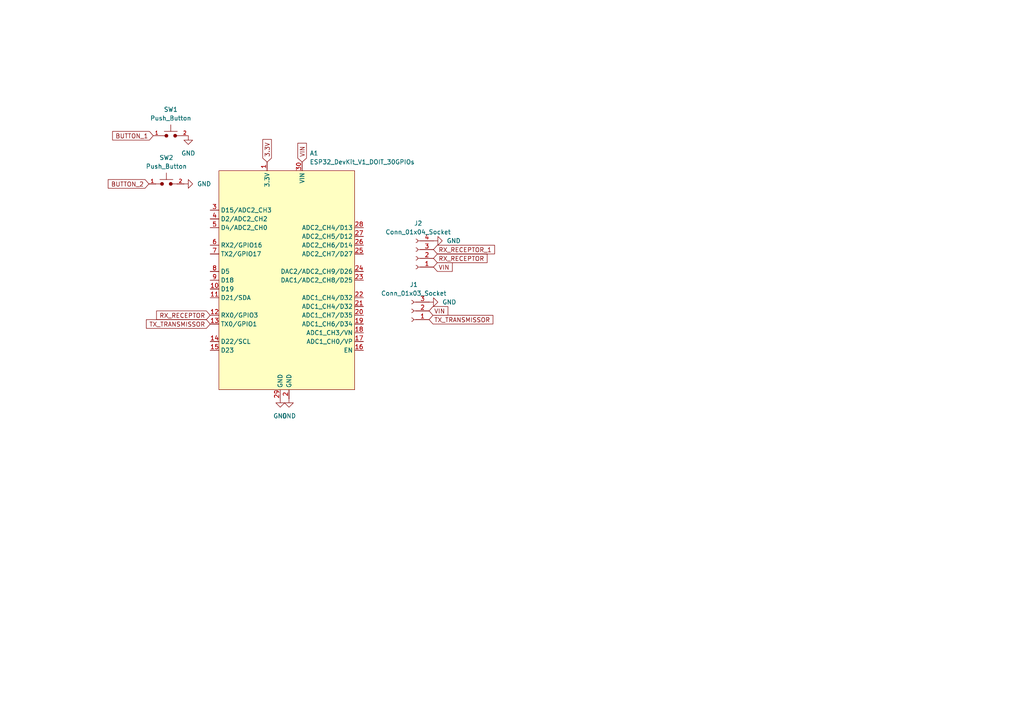
<source format=kicad_sch>
(kicad_sch (version 20231120) (generator "eeschema") (generator_version "8.0")
  (paper "A4")
  (lib_symbols
    (symbol "Connector:Conn_01x03_Socket" (pin_names (offset 1.016) hide)
      (property "Reference" "J" (at 0 5.08 0))
      (property "Value" "Conn_01x03_Socket" (at 0 -5.08 0))
      (symbol "Conn_01x03_Socket_1_1"
        (arc (start 0 -2.032) (mid -0.5058 -2.54) (end 0 -3.048) (stroke (width 0.1524)))
        (polyline (pts (xy -1.27 -2.54) (xy -0.508 -2.54)) (stroke (width 0.1524)))
        (polyline (pts (xy -1.27 0) (xy -0.508 0)) (stroke (width 0.1524)))
        (polyline (pts (xy -1.27 2.54) (xy -0.508 2.54)) (stroke (width 0.1524)))
        (arc (start 0 0.508) (mid -0.5058 0) (end 0 -0.508) (stroke (width 0.1524)))
        (arc (start 0 3.048) (mid -0.5058 2.54) (end 0 2.032) (stroke (width 0.1524)))
        (pin passive line (at -5.08 2.54 0) (length 3.81) (name "Pin_1") (number "1"))
        (pin passive line (at -5.08 0 0) (length 3.81) (name "Pin_2") (number "2"))
        (pin passive line (at -5.08 -2.54 0) (length 3.81) (name "Pin_3") (number "3"))
      )
    )
    (symbol "Connector:Conn_01x04_Socket" (pin_names (offset 1.016) hide)
      (property "Reference" "J" (at 0 5.08 0))
      (property "Value" "Conn_01x04_Socket" (at 0 -7.62 0))
      (symbol "Conn_01x04_Socket_1_1"
        (arc (start 0 -4.572) (mid -0.5058 -5.08) (end 0 -5.588) (stroke (width 0.1524)))
        (arc (start 0 -2.032) (mid -0.5058 -2.54) (end 0 -3.048) (stroke (width 0.1524)))
        (polyline (pts (xy -1.27 -5.08) (xy -0.508 -5.08)) (stroke (width 0.1524)))
        (polyline (pts (xy -1.27 -2.54) (xy -0.508 -2.54)) (stroke (width 0.1524)))
        (polyline (pts (xy -1.27 0) (xy -0.508 0)) (stroke (width 0.1524)))
        (polyline (pts (xy -1.27 2.54) (xy -0.508 2.54)) (stroke (width 0.1524)))
        (arc (start 0 0.508) (mid -0.5058 0) (end 0 -0.508) (stroke (width 0.1524)))
        (arc (start 0 3.048) (mid -0.5058 2.54) (end 0 2.032) (stroke (width 0.1524)))
        (pin passive line (at -5.08 2.54 0) (length 3.81) (name "Pin_1") (number "1"))
        (pin passive line (at -5.08 0 0) (length 3.81) (name "Pin_2") (number "2"))
        (pin passive line (at -5.08 -2.54 0) (length 3.81) (name "Pin_3") (number "3"))
        (pin passive line (at -5.08 -5.08 0) (length 3.81) (name "Pin_4") (number "4"))
      )
    )
    (symbol "PCM_SL_Development_Board:ESP32_DevKit_V1_DOIT_30GPIOs"
      (property "Reference" "A" (at -11.43 34.29 0))
      (property "Value" "ESP32_DevKit_V1_DOIT_30GPIOs" (at 2.54 -22.86 0))
      (symbol "ESP32_DevKit_V1_DOIT_30GPIOs_0_1"
        (rectangle (start -19.05 33.02) (end 20.32 -30.48) (fill (type background)))
      )
      (symbol "ESP32_DevKit_V1_DOIT_30GPIOs_1_1"
        (pin power_in line (at -5.08 35.56 270) (length 2.54) (name "3.3V") (number "1"))
        (pin bidirectional line (at -21.59 -1.27 0) (length 2.54) (name "D19") (number "10"))
        (pin bidirectional line (at -21.59 -3.81 0) (length 2.54) (name "D21/SDA") (number "11"))
        (pin bidirectional line (at -21.59 -8.89 0) (length 2.54) (name "RX0/GPIO3") (number "12"))
        (pin bidirectional line (at -21.59 -11.43 0) (length 2.54) (name "TX0/GPIO1") (number "13"))
        (pin bidirectional line (at -21.59 -16.51 0) (length 2.54) (name "D22/SCL") (number "14"))
        (pin bidirectional line (at -21.59 -19.05 0) (length 2.54) (name "D23") (number "15"))
        (pin bidirectional line (at 22.86 -19.05 180) (length 2.54) (name "EN") (number "16"))
        (pin bidirectional line (at 22.86 -16.51 180) (length 2.54) (name "ADC1_CH0/VP") (number "17"))
        (pin bidirectional line (at 22.86 -13.97 180) (length 2.54) (name "ADC1_CH3/VN") (number "18"))
        (pin bidirectional line (at 22.86 -11.43 180) (length 2.54) (name "ADC1_CH6/D34") (number "19"))
        (pin power_in line (at 1.27 -33.02 90) (length 2.54) (name "GND") (number "2"))
        (pin bidirectional line (at 22.86 -8.89 180) (length 2.54) (name "ADC1_CH7/D35") (number "20"))
        (pin bidirectional line (at 22.86 -6.35 180) (length 2.54) (name "ADC1_CH4/D32") (number "21"))
        (pin bidirectional line (at 22.86 -3.81 180) (length 2.54) (name "ADC1_CH4/D32") (number "22"))
        (pin bidirectional line (at 22.86 1.27 180) (length 2.54) (name "DAC1/ADC2_CH8/D25") (number "23"))
        (pin bidirectional line (at 22.86 3.81 180) (length 2.54) (name "DAC2/ADC2_CH9/D26") (number "24"))
        (pin bidirectional line (at 22.86 8.89 180) (length 2.54) (name "ADC2_CH7/D27") (number "25"))
        (pin bidirectional line (at 22.86 11.43 180) (length 2.54) (name "ADC2_CH6/D14") (number "26"))
        (pin bidirectional line (at 22.86 13.97 180) (length 2.54) (name "ADC2_CH5/D12") (number "27"))
        (pin bidirectional line (at 22.86 16.51 180) (length 2.54) (name "ADC2_CH4/D13") (number "28"))
        (pin power_in line (at -1.27 -33.02 90) (length 2.54) (name "GND") (number "29"))
        (pin bidirectional line (at -21.59 21.59 0) (length 2.54) (name "D15/ADC2_CH3") (number "3"))
        (pin power_in line (at 5.08 35.56 270) (length 2.54) (name "VIN") (number "30"))
        (pin bidirectional line (at -21.59 19.05 0) (length 2.54) (name "D2/ADC2_CH2") (number "4"))
        (pin bidirectional line (at -21.59 16.51 0) (length 2.54) (name "D4/ADC2_CH0") (number "5"))
        (pin bidirectional line (at -21.59 11.43 0) (length 2.54) (name "RX2/GPIO16") (number "6"))
        (pin bidirectional line (at -21.59 8.89 0) (length 2.54) (name "TX2/GPIO17") (number "7"))
        (pin bidirectional line (at -21.59 3.81 0) (length 2.54) (name "D5") (number "8"))
        (pin bidirectional line (at -21.59 1.27 0) (length 2.54) (name "D18") (number "9"))
      )
    )
    (symbol "PCM_SL_Devices:Push_Button"
      (property "Reference" "SW" (at 0 6.35 0))
      (property "Value" "Push_Button" (at 0 4.445 0))
      (symbol "Push_Button_0_1"
        (circle (center -1.27 0) (radius 0.4579) (fill (type outline)))
        (polyline (pts (xy -3.175 0) (xy -1.778 0)))
        (polyline (pts (xy -1.905 1.27) (xy 1.905 1.27)))
        (polyline (pts (xy 0 1.27) (xy 0 3.175)))
        (polyline (pts (xy 1.778 0) (xy 3.175 0)))
        (circle (center 1.27 0) (radius 0.4579) (fill (type outline)))
      )
      (symbol "Push_Button_1_1"
        (pin passive line (at -5.08 0 0) (length 2) (name "") (number "1"))
        (pin passive line (at 5.08 0 180) (length 2) (name "") (number "2"))
      )
    )
    (symbol "power:GND" (power) (pin_numbers hide) (pin_names (offset 0) hide)
      (property "Value" "GND" (at 0 -3.81 0))
      (symbol "GND_0_1"
        (polyline (pts (xy 0 0) (xy 0 -1.27) (xy 1.27 -1.27) (xy 0 -2.54) (xy -1.27 -1.27) (xy 0 -1.27)))
      )
      (symbol "GND_1_1"
        (pin power_in line (at 0 0 270) (length 0) (name "~") (number "1"))
      )
    )
  )
  (global_label "VIN" (shape input) (at 124.46 90.17 0) (property "Intersheetrefs" "${INTERSHEET_REFS}" (effects (hide yes))))
  (global_label "RX_RECEPTOR" (shape input) (at 60.96 91.44 180) (property "Intersheetrefs" "${INTERSHEET_REFS}" (effects (hide yes))))
  (global_label "BUTTON_1" (shape input) (at 44.45 39.37 180) (property "Intersheetrefs" "${INTERSHEET_REFS}" (effects (hide yes))))
  (global_label "VIN" (shape input) (at 87.63 46.99 90) (property "Intersheetrefs" "${INTERSHEET_REFS}" (effects (hide yes))))
  (global_label "3.3V" (shape input) (at 77.47 46.99 90) (property "Intersheetrefs" "${INTERSHEET_REFS}" (effects (hide yes))))
  (global_label "RX_RECEPTOR_1" (shape input) (at 125.73 72.39 0) (property "Intersheetrefs" "${INTERSHEET_REFS}" (effects (hide yes))))
  (global_label "TX_TRANSMISSOR" (shape input) (at 60.96 93.98 180) (property "Intersheetrefs" "${INTERSHEET_REFS}" (effects (hide yes))))
  (global_label "BUTTON_2" (shape input) (at 43.18 53.34 180) (property "Intersheetrefs" "${INTERSHEET_REFS}" (effects (hide yes))))
  (global_label "RX_RECEPTOR" (shape input) (at 125.73 74.93 0) (property "Intersheetrefs" "${INTERSHEET_REFS}" (effects (hide yes))))
  (global_label "VIN" (shape input) (at 125.73 77.47 0) (property "Intersheetrefs" "${INTERSHEET_REFS}" (effects (hide yes))))
  (global_label "TX_TRANSMISSOR" (shape input) (at 124.46 92.71 0) (property "Intersheetrefs" "${INTERSHEET_REFS}" (effects (hide yes))))
  (symbol (lib_id "power:GND") (at 125.73 69.85 90) (unit 1)
    (property "Reference" "#PWR02" (effects (hide yes)))
    (property "Value" "GND" (at 129.54 69.8499 90) (effects (justify right)))
    (property "Description" "Power symbol creates a global label with name \"GND\" , ground" (effects (hide yes)))
  )
  (symbol (lib_id "PCM_SL_Development_Board:ESP32_DevKit_V1_DOIT_30GPIOs") (at 82.55 82.55 0) (unit 1)
    (property "Reference" "A1" (at 89.8241 44.45 0) (effects (justify left)))
    (property "Value" "ESP32_DevKit_V1_DOIT_30GPIOs" (at 89.8241 46.99 0) (effects (justify left)))
    (property "Footprint" "PCM_SL_Development_Boards:DOIT_ESP32_DEVKIT_30Pins" (effects (hide yes)))
    (property "Description" "Microcontroller module with ESP32 MCU, WiFi and Bluetooth" (effects (hide yes)))
  )
  (symbol (lib_id "power:GND") (at 54.61 39.37 0) (unit 1)
    (property "Reference" "#PWR06" (effects (hide yes)))
    (property "Value" "GND" (at 54.61 44.45 0))
    (property "Description" "Power symbol creates a global label with name \"GND\" , ground" (effects (hide yes)))
  )
  (symbol (lib_id "PCM_SL_Devices:Push_Button") (at 48.26 53.34 0) (unit 1)
    (property "Reference" "SW2" (at 48.26 45.72 0))
    (property "Value" "Push_Button" (at 48.26 48.26 0))
    (property "Footprint" "Button_Switch_THT:SW_PUSH_6mm" (effects (hide yes)))
    (property "Description" "Common 6mmx6mm Push Button" (effects (hide yes)))
  )
  (symbol (lib_id "Connector:Conn_01x03_Socket") (at 119.38 90.17 180) (unit 1)
    (property "Reference" "J1" (at 120.015 82.55 0))
    (property "Value" "Conn_01x03_Socket" (at 120.015 85.09 0))
    (property "Footprint" "Connector_PinSocket_2.54mm:PinSocket_1x03_P2.54mm_Vertical" (effects (hide yes)))
    (property "Description" "Generic connector, single row, 01x03, script generated" (effects (hide yes)))
  )
  (symbol (lib_id "PCM_SL_Devices:Push_Button") (at 49.53 39.37 0) (unit 1)
    (property "Reference" "SW1" (at 49.53 31.75 0))
    (property "Value" "Push_Button" (at 49.53 34.29 0))
    (property "Footprint" "Button_Switch_THT:SW_PUSH_6mm" (effects (hide yes)))
    (property "Description" "Common 6mmx6mm Push Button" (effects (hide yes)))
  )
  (symbol (lib_id "Connector:Conn_01x04_Socket") (at 120.65 74.93 180) (unit 1)
    (property "Reference" "J2" (at 121.285 64.77 0))
    (property "Value" "Conn_01x04_Socket" (at 121.285 67.31 0))
    (property "Footprint" "Connector_PinSocket_2.54mm:PinSocket_1x04_P2.54mm_Vertical" (effects (hide yes)))
    (property "Description" "Generic connector, single row, 01x04, script generated" (effects (hide yes)))
  )
  (symbol (lib_id "power:GND") (at 53.34 53.34 90) (unit 1)
    (property "Reference" "#PWR05" (effects (hide yes)))
    (property "Value" "GND" (at 57.15 53.3399 90) (effects (justify right)))
    (property "Description" "Power symbol creates a global label with name \"GND\" , ground" (effects (hide yes)))
  )
  (symbol (lib_id "power:GND") (at 83.82 115.57 0) (unit 1)
    (property "Reference" "#PWR03" (effects (hide yes)))
    (property "Value" "GND" (at 83.82 120.65 0))
    (property "Description" "Power symbol creates a global label with name \"GND\" , ground" (effects (hide yes)))
  )
  (symbol (lib_id "power:GND") (at 124.46 87.63 90) (unit 1)
    (property "Reference" "#PWR01" (effects (hide yes)))
    (property "Value" "GND" (at 128.27 87.6299 90) (effects (justify right)))
    (property "Description" "Power symbol creates a global label with name \"GND\" , ground" (effects (hide yes)))
  )
  (symbol (lib_id "power:GND") (at 81.28 115.57 0) (unit 1)
    (property "Reference" "#PWR04" (effects (hide yes)))
    (property "Value" "GND" (at 81.28 120.65 0))
    (property "Description" "Power symbol creates a global label with name \"GND\" , ground" (effects (hide yes)))
  )
)
</source>
